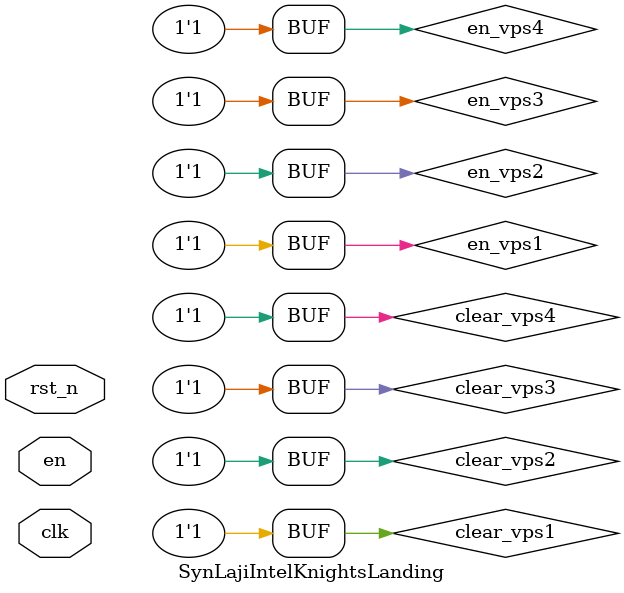
<source format=v>
`timescale 1ns / 1ps

`define BIT_WIDTH
module SynLajiIntelKnightsLanding(
    input clk, 
    input rst_n, 
    input en
);

    `include "inc/Laji_defines_inc.vh"

    // YOUR CODE FOR STAGE 0 HERE

    ////////////////////////////
    ///////   ps1 IF/ID  ////////
    assign en_vps1 = 1;
    assign clear_vps1 = 1; 
    `include "inc/Laji_vPS1_inc.vh"
    ////////////////////////////
    
    // YOUR CODE FOR STAGE 1 HERE
    // code to use or generate xxxx_ps1

    /////////////////////////////
    ///////   ps2 ID/EX  ////////
    assign en_vps2 = 1;
    assign clear_vps2 = 1;
    `include "inc/Laji_vPS2_inc.vh"
    /////////////////////////////

    // YOUR CODE FOR STAGE 2 HERE
    // code to use or generate xxxx_ps2

    /////////////////////////////
    ///////   ps3 EX/MEM  ////////
    assign en_vps3 = 1;
    assign clear_vps3 = 1;
    `include "inc/Laji_vPS3_inc.vh"
    ////////////////////////////

    // YOUR CODE FOR STAGE 3 HERE   
    // code to use or generate xxxx_ps3

    //////////////////////////////
    //////   ps4 MEM/WB  /////////
    assign en_vps4 = 1;
    assign clear_vps4 = 1;
    `include "inc/Laji_vPS4_inc.vh"
    //////////////////////////////

    // YOUR CODE FOR STAGE 4 HERE
    // code to use or generate xxxx_ps4

endmodule


</source>
